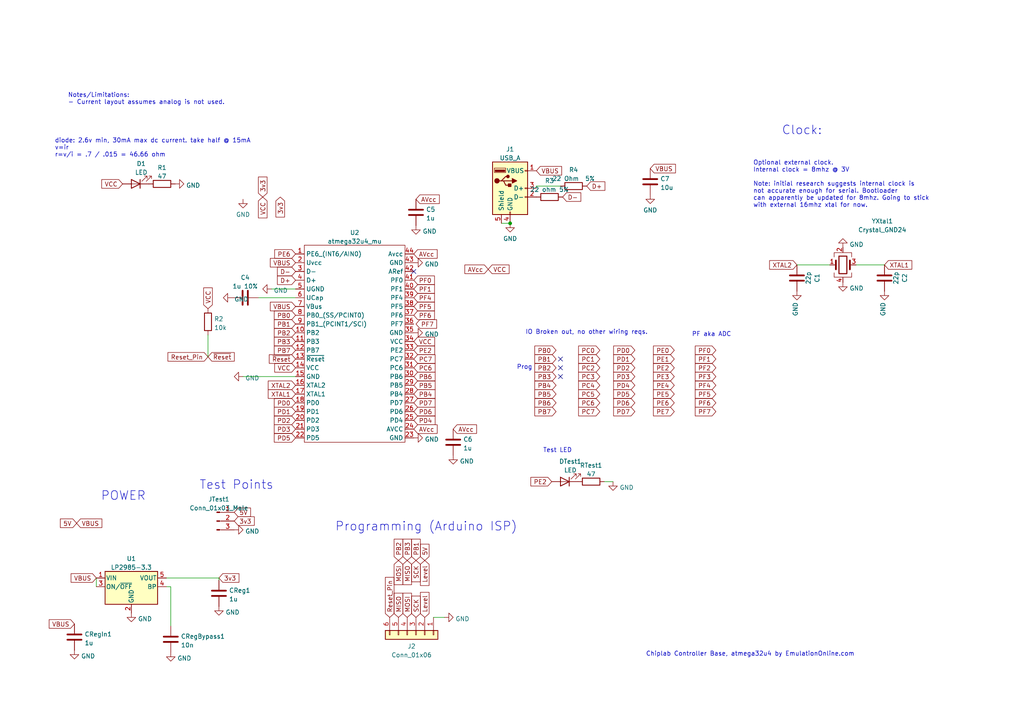
<source format=kicad_sch>
(kicad_sch (version 20211123) (generator eeschema)
  (paper "A4")
  (lib_symbols
    (symbol "Connector:Conn_01x03_Male" (pin_names (offset 1.016) hide)
      (property "Reference" "J" (at 0 5.08 0))
      (property "Value" "Conn_01x03_Male" (at 0 -5.08 0))
      (symbol "Conn_01x03_Male_1_1"
        (polyline (pts (xy 1.27 -2.54) (xy 0.8636 -2.54)) (stroke (width 0.1524)))
        (polyline (pts (xy 1.27 0) (xy 0.8636 0)) (stroke (width 0.1524)))
        (polyline (pts (xy 1.27 2.54) (xy 0.8636 2.54)) (stroke (width 0.1524)))
        (rectangle (start 0.8636 -2.413) (end 0 -2.667) (stroke (width 0.1524)) (fill (type outline)))
        (rectangle (start 0.8636 0.127) (end 0 -0.127) (stroke (width 0.1524)) (fill (type outline)))
        (rectangle (start 0.8636 2.667) (end 0 2.413) (stroke (width 0.1524)) (fill (type outline)))
        (pin passive line (at 5.08 2.54 180) (length 3.81) (name "Pin_1") (number "1"))
        (pin passive line (at 5.08 0 180) (length 3.81) (name "Pin_2") (number "2"))
        (pin passive line (at 5.08 -2.54 180) (length 3.81) (name "Pin_3") (number "3"))
      )
    )
    (symbol "Connector:USB_A" (pin_names (offset 1.016))
      (property "Reference" "J" (at -5.08 11.43 0))
      (property "Value" "USB_A" (at -5.08 8.89 0))
      (symbol "USB_A_0_1"
        (rectangle (start -5.08 -7.62) (end 5.08 7.62) (stroke (width 0.254)) (fill (type background)))
        (circle (center -3.81 2.159) (radius 0.635) (stroke (width 0.254)) (fill (type outline)))
        (rectangle (start -1.524 4.826) (end -4.318 5.334) (fill (type outline)))
        (rectangle (start -1.27 4.572) (end -4.572 5.842))
        (circle (center -0.635 3.429) (radius 0.381) (stroke (width 0.254)) (fill (type outline)))
        (rectangle (start -0.127 -7.62) (end 0.127 -6.858))
        (polyline (pts (xy -3.175 2.159) (xy -2.54 2.159) (xy -1.27 3.429) (xy -0.635 3.429)) (stroke (width 0.254)))
        (polyline (pts (xy -2.54 2.159) (xy -1.905 2.159) (xy -1.27 0.889) (xy 0 0.889)) (stroke (width 0.254)))
        (polyline (pts (xy 0.635 2.794) (xy 0.635 1.524) (xy 1.905 2.159) (xy 0.635 2.794)) (stroke (width 0.254)) (fill (type outline)))
        (rectangle (start 0.254 1.27) (end -0.508 0.508) (stroke (width 0.254)) (fill (type outline)))
        (rectangle (start 5.08 -2.667) (end 4.318 -2.413))
        (rectangle (start 5.08 -0.127) (end 4.318 0.127))
        (rectangle (start 5.08 4.953) (end 4.318 5.207))
      )
      (symbol "USB_A_1_1"
        (polyline (pts (xy -1.905 2.159) (xy 0.635 2.159)) (stroke (width 0.254)))
        (pin power_in line (at 7.62 5.08 180) (length 2.54) (name "VBUS") (number "1"))
        (pin bidirectional line (at 7.62 -2.54 180) (length 2.54) (name "D-") (number "2"))
        (pin bidirectional line (at 7.62 0 180) (length 2.54) (name "D+") (number "3"))
        (pin power_in line (at 0 -10.16 90) (length 2.54) (name "GND") (number "4"))
        (pin passive line (at -2.54 -10.16 90) (length 2.54) (name "Shield") (number "5"))
      )
    )
    (symbol "Connector_Generic:Conn_01x06" (pin_names (offset 1.016) hide)
      (property "Reference" "J" (at 0 7.62 0))
      (property "Value" "Conn_01x06" (at 0 -10.16 0))
      (symbol "Conn_01x06_1_1"
        (rectangle (start -1.27 -7.493) (end 0 -7.747) (stroke (width 0.1524)))
        (rectangle (start -1.27 -4.953) (end 0 -5.207) (stroke (width 0.1524)))
        (rectangle (start -1.27 -2.413) (end 0 -2.667) (stroke (width 0.1524)))
        (rectangle (start -1.27 0.127) (end 0 -0.127) (stroke (width 0.1524)))
        (rectangle (start -1.27 2.667) (end 0 2.413) (stroke (width 0.1524)))
        (rectangle (start -1.27 5.207) (end 0 4.953) (stroke (width 0.1524)))
        (rectangle (start -1.27 6.35) (end 1.27 -8.89) (stroke (width 0.254)) (fill (type background)))
        (pin passive line (at -5.08 5.08 0) (length 3.81) (name "Pin_1") (number "1"))
        (pin passive line (at -5.08 2.54 0) (length 3.81) (name "Pin_2") (number "2"))
        (pin passive line (at -5.08 0 0) (length 3.81) (name "Pin_3") (number "3"))
        (pin passive line (at -5.08 -2.54 0) (length 3.81) (name "Pin_4") (number "4"))
        (pin passive line (at -5.08 -5.08 0) (length 3.81) (name "Pin_5") (number "5"))
        (pin passive line (at -5.08 -7.62 0) (length 3.81) (name "Pin_6") (number "6"))
      )
    )
    (symbol "Device:C" (pin_numbers hide) (pin_names (offset 0.254))
      (property "Reference" "C" (at 0.635 2.54 0))
      (property "Value" "C" (at 0.635 -2.54 0))
      (symbol "C_0_1"
        (polyline (pts (xy -2.032 -0.762) (xy 2.032 -0.762)) (stroke (width 0.508)))
        (polyline (pts (xy -2.032 0.762) (xy 2.032 0.762)) (stroke (width 0.508)))
      )
      (symbol "C_1_1"
        (pin passive line (at 0 3.81 270) (length 2.794) (name "~") (number "1"))
        (pin passive line (at 0 -3.81 90) (length 2.794) (name "~") (number "2"))
      )
    )
    (symbol "Device:Crystal_GND24" (pin_names (offset 1.016) hide)
      (property "Reference" "Y" (at 3.175 5.08 0))
      (property "Value" "Crystal_GND24" (at 3.175 3.175 0))
      (symbol "Crystal_GND24_0_1"
        (rectangle (start -1.143 2.54) (end 1.143 -2.54) (stroke (width 0.3048)))
        (polyline (pts (xy -2.54 0) (xy -2.032 0)))
        (polyline (pts (xy -2.032 -1.27) (xy -2.032 1.27)) (stroke (width 0.508)))
        (polyline (pts (xy 0 -3.81) (xy 0 -3.556)))
        (polyline (pts (xy 0 3.556) (xy 0 3.81)))
        (polyline (pts (xy 2.032 -1.27) (xy 2.032 1.27)) (stroke (width 0.508)))
        (polyline (pts (xy 2.032 0) (xy 2.54 0)))
        (polyline (pts (xy -2.54 -2.286) (xy -2.54 -3.556) (xy 2.54 -3.556) (xy 2.54 -2.286)))
        (polyline (pts (xy -2.54 2.286) (xy -2.54 3.556) (xy 2.54 3.556) (xy 2.54 2.286)))
      )
      (symbol "Crystal_GND24_1_1"
        (pin passive line (at -3.81 0 0) (length 1.27) (name "1") (number "1"))
        (pin passive line (at 0 5.08 270) (length 1.27) (name "2") (number "2"))
        (pin passive line (at 3.81 0 180) (length 1.27) (name "3") (number "3"))
        (pin passive line (at 0 -5.08 90) (length 1.27) (name "4") (number "4"))
      )
    )
    (symbol "Device:LED" (pin_numbers hide) (pin_names (offset 1.016) hide)
      (property "Reference" "D" (at 0 2.54 0))
      (property "Value" "LED" (at 0 -2.54 0))
      (symbol "LED_0_1"
        (polyline (pts (xy -1.27 -1.27) (xy -1.27 1.27)) (stroke (width 0.254)))
        (polyline (pts (xy -1.27 0) (xy 1.27 0)))
        (polyline (pts (xy 1.27 -1.27) (xy 1.27 1.27) (xy -1.27 0) (xy 1.27 -1.27)) (stroke (width 0.254)))
        (polyline (pts (xy -3.048 -0.762) (xy -4.572 -2.286) (xy -3.81 -2.286) (xy -4.572 -2.286) (xy -4.572 -1.524)))
        (polyline (pts (xy -1.778 -0.762) (xy -3.302 -2.286) (xy -2.54 -2.286) (xy -3.302 -2.286) (xy -3.302 -1.524)))
      )
      (symbol "LED_1_1"
        (pin passive line (at -3.81 0 0) (length 2.54) (name "K") (number "1"))
        (pin passive line (at 3.81 0 180) (length 2.54) (name "A") (number "2"))
      )
    )
    (symbol "Device:R" (pin_numbers hide) (pin_names (offset 0))
      (property "Reference" "R" (at 2.032 0 90))
      (property "Value" "R" (at 0 0 90))
      (symbol "R_0_1"
        (rectangle (start -1.016 -2.54) (end 1.016 2.54) (stroke (width 0.254)))
      )
      (symbol "R_1_1"
        (pin passive line (at 0 3.81 270) (length 1.27) (name "~") (number "1"))
        (pin passive line (at 0 -3.81 90) (length 1.27) (name "~") (number "2"))
      )
    )
    (symbol "Regulator_Linear:LP2985-3.3" (pin_names (offset 0.254))
      (property "Reference" "U" (at -6.35 5.715 0))
      (property "Value" "LP2985-3.3" (at 0 5.715 0))
      (symbol "LP2985-3.3_0_1"
        (rectangle (start -7.62 -5.08) (end 7.62 4.445) (stroke (width 0.254)) (fill (type background)))
      )
      (symbol "LP2985-3.3_1_1"
        (pin power_in line (at -10.16 2.54 0) (length 2.54) (name "VIN") (number "1"))
        (pin power_in line (at 0 -7.62 90) (length 2.54) (name "GND") (number "2"))
        (pin input line (at -10.16 0 0) (length 2.54) (name "ON/~{OFF}") (number "3"))
        (pin input line (at 10.16 0 180) (length 2.54) (name "BP") (number "4"))
        (pin power_out line (at 10.16 2.54 180) (length 2.54) (name "VOUT") (number "5"))
      )
    )
    (symbol "footprint_lib:atmega32u4_mu"
      (property "Reference" "U" (at -20.32 -5.08 0))
      (property "Value" "atmega32u4_mu" (at 0 2.54 0))
      (symbol "atmega32u4_mu_0_0"
        (pin unspecified line (at -20.32 -5.08 0) (length 2.54) (name "PE6_(INT6/AIN0)") (number "1"))
        (pin unspecified line (at -20.32 -27.94 0) (length 2.54) (name "PB2") (number "10"))
        (pin unspecified line (at -20.32 -30.48 0) (length 2.54) (name "PB3") (number "11"))
        (pin unspecified line (at -20.32 -33.02 0) (length 2.54) (name "PB7") (number "12"))
        (pin unspecified line (at -20.32 -35.56 0) (length 2.54) (name "~{Reset}") (number "13"))
        (pin unspecified line (at -20.32 -38.1 0) (length 2.54) (name "VCC") (number "14"))
        (pin unspecified line (at -20.32 -40.64 0) (length 2.54) (name "GND") (number "15"))
        (pin unspecified line (at -20.32 -43.18 0) (length 2.54) (name "XTAL2") (number "16"))
        (pin unspecified line (at -20.32 -45.72 0) (length 2.54) (name "XTAL1") (number "17"))
        (pin unspecified line (at -20.32 -48.26 0) (length 2.54) (name "PD0") (number "18"))
        (pin unspecified line (at -20.32 -50.8 0) (length 2.54) (name "PD1") (number "19"))
        (pin unspecified line (at -20.32 -7.62 0) (length 2.54) (name "Uvcc") (number "2"))
        (pin unspecified line (at -20.32 -53.34 0) (length 2.54) (name "PD2") (number "20"))
        (pin unspecified line (at -20.32 -55.88 0) (length 2.54) (name "PD3") (number "21"))
        (pin unspecified line (at -20.32 -58.42 0) (length 2.54) (name "PD5") (number "22"))
        (pin unspecified line (at 13.97 -58.42 180) (length 2.54) (name "GND") (number "23"))
        (pin unspecified line (at 13.97 -55.88 180) (length 2.54) (name "AVCC") (number "24"))
        (pin unspecified line (at 13.97 -53.34 180) (length 2.54) (name "PD4") (number "25"))
        (pin unspecified line (at 13.97 -50.8 180) (length 2.54) (name "PD6") (number "26"))
        (pin unspecified line (at 13.97 -48.26 180) (length 2.54) (name "PD7") (number "27"))
        (pin unspecified line (at 13.97 -45.72 180) (length 2.54) (name "PB4") (number "28"))
        (pin unspecified line (at 13.97 -43.18 180) (length 2.54) (name "PB5") (number "29"))
        (pin unspecified line (at -20.32 -10.16 0) (length 2.54) (name "D-") (number "3"))
        (pin unspecified line (at 13.97 -40.64 180) (length 2.54) (name "PB6") (number "30"))
        (pin unspecified line (at 13.97 -38.1 180) (length 2.54) (name "PC6") (number "31"))
        (pin unspecified line (at 13.97 -35.56 180) (length 2.54) (name "PC7") (number "32"))
        (pin unspecified line (at 13.97 -33.02 180) (length 2.54) (name "PE2") (number "33"))
        (pin unspecified line (at 13.97 -30.48 180) (length 2.54) (name "VCC") (number "34"))
        (pin unspecified line (at 13.97 -27.94 180) (length 2.54) (name "GND") (number "35"))
        (pin unspecified line (at 13.97 -25.4 180) (length 2.54) (name "PF7") (number "36"))
        (pin unspecified line (at 13.97 -22.86 180) (length 2.54) (name "PF6") (number "37"))
        (pin unspecified line (at 13.97 -20.32 180) (length 2.54) (name "PF5") (number "38"))
        (pin unspecified line (at 13.97 -17.78 180) (length 2.54) (name "PF4") (number "39"))
        (pin unspecified line (at -20.32 -12.7 0) (length 2.54) (name "D+") (number "4"))
        (pin unspecified line (at 13.97 -15.24 180) (length 2.54) (name "PF1") (number "40"))
        (pin unspecified line (at 13.97 -12.7 180) (length 2.54) (name "PF0") (number "41"))
        (pin unspecified line (at 13.97 -10.16 180) (length 2.54) (name "ARef") (number "42"))
        (pin unspecified line (at 13.97 -7.62 180) (length 2.54) (name "GND") (number "43"))
        (pin unspecified line (at 13.97 -5.08 180) (length 2.54) (name "Avcc") (number "44"))
        (pin unspecified line (at -20.32 -15.24 0) (length 2.54) (name "UGND") (number "5"))
        (pin unspecified line (at -20.32 -17.78 0) (length 2.54) (name "UCap") (number "6"))
        (pin unspecified line (at -20.32 -20.32 0) (length 2.54) (name "VBus") (number "7"))
        (pin unspecified line (at -20.32 -22.86 0) (length 2.54) (name "PB0_(SS/PCINT0)") (number "8"))
        (pin unspecified line (at -20.32 -25.4 0) (length 2.54) (name "PB1_(PCINT1/SCI)") (number "9"))
      )
      (symbol "atmega32u4_mu_0_1"
        (rectangle (start -17.78 -2.54) (end 11.43 -59.69) (stroke (width 0.1524)))
      )
    )
    (symbol "power:GND" (power) (pin_names (offset 0))
      (property "Value" "GND" (at 0 -3.81 0))
      (symbol "GND_0_1"
        (polyline (pts (xy 0 0) (xy 0 -1.27) (xy 1.27 -1.27) (xy 0 -2.54) (xy -1.27 -1.27) (xy 0 -1.27)))
      )
      (symbol "GND_1_1"
        (pin power_in line (at 0 0 270) (length 0) hide (name "GND") (number "1"))
      )
    )
  )
  (junction (at 147.955 64.77))
  (no_connect (at 162.56 106.68))
  (no_connect (at 162.56 104.14))
  (no_connect (at 120.015 78.74))
  (no_connect (at 162.56 109.22))
  (wire (pts (xy 60.325 97.155) (xy 60.325 103.505)))
  (wire (pts (xy 27.94 167.64) (xy 27.94 170.18)))
  (wire (pts (xy 63.5 167.64) (xy 63.5 168.275)))
  (wire (pts (xy 48.26 167.64) (xy 63.5 167.64)))
  (wire (pts (xy 78.74 83.82) (xy 85.725 83.82)))
  (wire (pts (xy 175.26 139.7) (xy 177.8 139.7)))
  (wire (pts (xy 145.415 64.77) (xy 147.955 64.77)))
  (wire (pts (xy 74.93 86.36) (xy 85.725 86.36)))
  (wire (pts (xy 155.575 53.975) (xy 155.575 54.61)))
  (wire (pts (xy 49.53 181.61) (xy 49.53 170.18)))
  (wire (pts (xy 125.73 179.07) (xy 128.905 179.07)))
  (wire (pts (xy 248.285 76.835) (xy 256.54 76.835)))
  (wire (pts (xy 231.14 76.835) (xy 240.665 76.835)))
  (wire (pts (xy 162.56 53.975) (xy 155.575 53.975)))
  (wire (pts (xy 49.53 170.18) (xy 48.26 170.18)))
  (wire (pts (xy 70.485 109.22) (xy 85.725 109.22)))
  (text "Prog" (at 149.86 107.315 0) (effects (font (size 1.27 1.27)) (justify left bottom)))
  (text "IO Broken out, no other wiring reqs." (at 152.4 97.155 0) (effects (font (size 1.27 1.27)) (justify left bottom)))
  (text "Test LED\n" (at 157.48 131.445 0) (effects (font (size 1.27 1.27)) (justify left bottom)))
  (text "Test Points" (at 57.785 142.24 0) (effects (font (size 2.54 2.54)) (justify left bottom)))
  (text "PF aka ADC\n" (at 200.66 97.79 0) (effects (font (size 1.27 1.27)) (justify left bottom)))
  (text "Notes/Limitations:\n- Current layout assumes analog is not used." (at 19.685 30.48 0) (effects (font (size 1.27 1.27)) (justify left bottom)))
  (text "POWER" (at 29.21 145.415 0) (effects (font (size 2.54 2.54)) (justify left bottom)))
  (text "Optional external clock.\nInternal clock = 8mhz @ 3V\n\nNote: initial research suggests internal clock is\nnot accurate enough for serial. Bootloader\ncan apparently be updated for 8mhz. Going to stick\nwith external 16mhz xtal for now." (at 218.44 60.325 0) (effects (font (size 1.27 1.27)) (justify left bottom)))
  (text "Chiplab Controller Base, atmega32u4 by EmulationOnline.com" (at 187.325 190.5 0) (effects (font (size 1.27 1.27)) (justify left bottom)))
  (text "Programming (Arduino ISP)" (at 97.155 154.305 0) (effects (font (size 2.54 2.54)) (justify left bottom)))
  (text "Clock:" (at 226.695 39.37 0) (effects (font (size 2.54 2.54)) (justify left bottom)))
  (text "diode: 2.6v min, 30mA max dc current. take half @ 15mA\nv=ir\nr=v/i = .7 / .015 = 46.66 ohm" (at 15.875 45.72 0) (effects (font (size 1.27 1.27)) (justify left bottom)))
  (global_label "AVcc" (shape input) (at 120.015 124.46 0) (property "Intersheet References" "${INTERSHEET_REFS}" (effects hide)))
  (global_label "PB1" (shape input) (at 120.65 162.56 90) (property "Intersheet References" "${INTERSHEET_REFS}" (effects hide)))
  (global_label "PD4" (shape input) (at 120.015 121.92 0) (property "Intersheet References" "${INTERSHEET_REFS}" (effects hide)))
  (global_label "5V" (shape input) (at 22.225 151.765 180) (property "Intersheet References" "${INTERSHEET_REFS}" (effects hide)))
  (global_label "PF0" (shape input) (at 120.015 81.28 0) (property "Intersheet References" "${INTERSHEET_REFS}" (effects hide)))
  (global_label "PB6" (shape input) (at 161.29 116.84 180) (property "Intersheet References" "${INTERSHEET_REFS}" (effects hide)))
  (global_label "~{Reset}" (shape input) (at 60.325 103.505 0) (property "Intersheet References" "${INTERSHEET_REFS}" (effects hide)))
  (global_label "PE2" (shape input) (at 195.58 106.68 180) (property "Intersheet References" "${INTERSHEET_REFS}" (effects hide)))
  (global_label "PF3" (shape input) (at 207.645 109.22 180) (property "Intersheet References" "${INTERSHEET_REFS}" (effects hide)))
  (global_label "PD3" (shape input) (at 85.725 124.46 180) (property "Intersheet References" "${INTERSHEET_REFS}" (effects hide)))
  (global_label "PD2" (shape input) (at 184.15 106.68 180) (property "Intersheet References" "${INTERSHEET_REFS}" (effects hide)))
  (global_label "VCC" (shape input) (at 76.2 57.15 270) (property "Intersheet References" "${INTERSHEET_REFS}" (effects hide)))
  (global_label "PF6" (shape input) (at 207.645 116.84 180) (property "Intersheet References" "${INTERSHEET_REFS}" (effects hide)))
  (global_label "PF0" (shape input) (at 207.645 101.6 180) (property "Intersheet References" "${INTERSHEET_REFS}" (effects hide)))
  (global_label "PC7" (shape input) (at 173.99 119.38 180) (property "Intersheet References" "${INTERSHEET_REFS}" (effects hide)))
  (global_label "PB1" (shape input) (at 161.29 104.14 180) (property "Intersheet References" "${INTERSHEET_REFS}" (effects hide)))
  (global_label "PF6" (shape input) (at 120.015 91.44 0) (property "Intersheet References" "${INTERSHEET_REFS}" (effects hide)))
  (global_label "PC2" (shape input) (at 173.99 106.68 180) (property "Intersheet References" "${INTERSHEET_REFS}" (effects hide)))
  (global_label "PB7" (shape input) (at 85.725 101.6 180) (property "Intersheet References" "${INTERSHEET_REFS}" (effects hide)))
  (global_label "PF2" (shape input) (at 207.645 106.68 180) (property "Intersheet References" "${INTERSHEET_REFS}" (effects hide)))
  (global_label "AVcc" (shape input) (at 141.605 78.105 180) (property "Intersheet References" "${INTERSHEET_REFS}" (effects hide)))
  (global_label "VBUS" (shape input) (at 21.59 180.975 180) (property "Intersheet References" "${INTERSHEET_REFS}" (effects hide)))
  (global_label "D-" (shape input) (at 163.195 57.15 0) (property "Intersheet References" "${INTERSHEET_REFS}" (effects hide)))
  (global_label "XTAL2" (shape input) (at 85.725 111.76 180) (property "Intersheet References" "${INTERSHEET_REFS}" (effects hide)))
  (global_label "3v3" (shape input) (at 81.28 57.15 270) (property "Intersheet References" "${INTERSHEET_REFS}" (effects hide)))
  (global_label "PB7" (shape input) (at 161.29 119.38 180) (property "Intersheet References" "${INTERSHEET_REFS}" (effects hide)))
  (global_label "PC5" (shape input) (at 173.99 114.3 180) (property "Intersheet References" "${INTERSHEET_REFS}" (effects hide)))
  (global_label "MISO" (shape input) (at 115.57 179.07 90) (property "Intersheet References" "${INTERSHEET_REFS}" (effects hide)))
  (global_label "PD4" (shape input) (at 184.15 111.76 180) (property "Intersheet References" "${INTERSHEET_REFS}" (effects hide)))
  (global_label "MOSI" (shape input) (at 115.57 162.56 270) (property "Intersheet References" "${INTERSHEET_REFS}" (effects hide)))
  (global_label "VCC" (shape input) (at 60.325 89.535 90) (property "Intersheet References" "${INTERSHEET_REFS}" (effects hide)))
  (global_label "Reset_Pin" (shape input) (at 60.325 103.505 180) (property "Intersheet References" "${INTERSHEET_REFS}" (effects hide)))
  (global_label "PE6" (shape input) (at 195.58 116.84 180) (property "Intersheet References" "${INTERSHEET_REFS}" (effects hide)))
  (global_label "VCC" (shape input) (at 120.015 99.06 0) (property "Intersheet References" "${INTERSHEET_REFS}" (effects hide)))
  (global_label "XTAL1" (shape input) (at 85.725 114.3 180) (property "Intersheet References" "${INTERSHEET_REFS}" (effects hide)))
  (global_label "PF7" (shape input) (at 120.65 93.98 0) (property "Intersheet References" "${INTERSHEET_REFS}" (effects hide)))
  (global_label "VCC" (shape input) (at 85.725 106.68 180) (property "Intersheet References" "${INTERSHEET_REFS}" (effects hide)))
  (global_label "PB4" (shape input) (at 161.29 111.76 180) (property "Intersheet References" "${INTERSHEET_REFS}" (effects hide)))
  (global_label "SCK" (shape input) (at 120.65 179.07 90) (property "Intersheet References" "${INTERSHEET_REFS}" (effects hide)))
  (global_label "PC6" (shape input) (at 173.99 116.84 180) (property "Intersheet References" "${INTERSHEET_REFS}" (effects hide)))
  (global_label "PB3" (shape input) (at 85.725 99.06 180) (property "Intersheet References" "${INTERSHEET_REFS}" (effects hide)))
  (global_label "AVcc" (shape input) (at 131.445 124.46 0) (property "Intersheet References" "${INTERSHEET_REFS}" (effects hide)))
  (global_label "PD1" (shape input) (at 85.725 119.38 180) (property "Intersheet References" "${INTERSHEET_REFS}" (effects hide)))
  (global_label "PE5" (shape input) (at 195.58 114.3 180) (property "Intersheet References" "${INTERSHEET_REFS}" (effects hide)))
  (global_label "D+" (shape input) (at 170.18 53.975 0) (property "Intersheet References" "${INTERSHEET_REFS}" (effects hide)))
  (global_label "PD2" (shape input) (at 85.725 121.92 180) (property "Intersheet References" "${INTERSHEET_REFS}" (effects hide)))
  (global_label "PB5" (shape input) (at 161.29 114.3 180) (property "Intersheet References" "${INTERSHEET_REFS}" (effects hide)))
  (global_label "PD7" (shape input) (at 184.15 119.38 180) (property "Intersheet References" "${INTERSHEET_REFS}" (effects hide)))
  (global_label "VBUS" (shape input) (at 155.575 49.53 0) (property "Intersheet References" "${INTERSHEET_REFS}" (effects hide)))
  (global_label "PC6" (shape input) (at 120.015 106.68 0) (property "Intersheet References" "${INTERSHEET_REFS}" (effects hide)))
  (global_label "PD1" (shape input) (at 184.15 104.14 180) (property "Intersheet References" "${INTERSHEET_REFS}" (effects hide)))
  (global_label "PD6" (shape input) (at 120.015 119.38 0) (property "Intersheet References" "${INTERSHEET_REFS}" (effects hide)))
  (global_label "PE2" (shape input) (at 160.02 139.7 180) (property "Intersheet References" "${INTERSHEET_REFS}" (effects hide)))
  (global_label "Level" (shape input) (at 123.19 179.07 90) (property "Intersheet References" "${INTERSHEET_REFS}" (effects hide)))
  (global_label "XTAL2" (shape input) (at 231.14 76.835 180) (property "Intersheet References" "${INTERSHEET_REFS}" (effects hide)))
  (global_label "VBUS" (shape input) (at 27.94 167.64 180) (property "Intersheet References" "${INTERSHEET_REFS}" (effects hide)))
  (global_label "VBUS" (shape input) (at 188.595 48.895 0) (property "Intersheet References" "${INTERSHEET_REFS}" (effects hide)))
  (global_label "PE7" (shape input) (at 195.58 119.38 180) (property "Intersheet References" "${INTERSHEET_REFS}" (effects hide)))
  (global_label "3v3" (shape input) (at 63.5 167.64 0) (property "Intersheet References" "${INTERSHEET_REFS}" (effects hide)))
  (global_label "PE3" (shape input) (at 195.58 109.22 180) (property "Intersheet References" "${INTERSHEET_REFS}" (effects hide)))
  (global_label "PE4" (shape input) (at 195.58 111.76 180) (property "Intersheet References" "${INTERSHEET_REFS}" (effects hide)))
  (global_label "PB2" (shape input) (at 161.29 106.68 180) (property "Intersheet References" "${INTERSHEET_REFS}" (effects hide)))
  (global_label "MOSI" (shape input) (at 118.11 179.07 90) (property "Intersheet References" "${INTERSHEET_REFS}" (effects hide)))
  (global_label "VCC" (shape input) (at 35.56 53.34 180) (property "Intersheet References" "${INTERSHEET_REFS}" (effects hide)))
  (global_label "VBUS" (shape input) (at 85.725 88.9 180) (property "Intersheet References" "${INTERSHEET_REFS}" (effects hide)))
  (global_label "PB3" (shape input) (at 118.11 162.56 90) (property "Intersheet References" "${INTERSHEET_REFS}" (effects hide)))
  (global_label "PB5" (shape input) (at 120.015 111.76 0) (property "Intersheet References" "${INTERSHEET_REFS}" (effects hide)))
  (global_label "PD0" (shape input) (at 184.15 101.6 180) (property "Intersheet References" "${INTERSHEET_REFS}" (effects hide)))
  (global_label "PB1" (shape input) (at 85.725 93.98 180) (property "Intersheet References" "${INTERSHEET_REFS}" (effects hide)))
  (global_label "MISO" (shape input) (at 118.11 162.56 270) (property "Intersheet References" "${INTERSHEET_REFS}" (effects hide)))
  (global_label "VCC" (shape input) (at 141.605 78.105 0) (property "Intersheet References" "${INTERSHEET_REFS}" (effects hide)))
  (global_label "PF1" (shape input) (at 120.015 83.82 0) (property "Intersheet References" "${INTERSHEET_REFS}" (effects hide)))
  (global_label "Level" (shape input) (at 123.19 162.56 270) (property "Intersheet References" "${INTERSHEET_REFS}" (effects hide)))
  (global_label "VBUS" (shape input) (at 85.725 76.2 180) (property "Intersheet References" "${INTERSHEET_REFS}" (effects hide)))
  (global_label "PF4" (shape input) (at 207.645 111.76 180) (property "Intersheet References" "${INTERSHEET_REFS}" (effects hide)))
  (global_label "PB2" (shape input) (at 85.725 96.52 180) (property "Intersheet References" "${INTERSHEET_REFS}" (effects hide)))
  (global_label "5V" (shape input) (at 67.945 148.59 0) (property "Intersheet References" "${INTERSHEET_REFS}" (effects hide)))
  (global_label "SCK" (shape input) (at 120.65 162.56 270) (property "Intersheet References" "${INTERSHEET_REFS}" (effects hide)))
  (global_label "~{Reset}" (shape input) (at 85.725 104.14 180) (property "Intersheet References" "${INTERSHEET_REFS}" (effects hide)))
  (global_label "PC7" (shape input) (at 120.015 104.14 0) (property "Intersheet References" "${INTERSHEET_REFS}" (effects hide)))
  (global_label "PD3" (shape input) (at 184.15 109.22 180) (property "Intersheet References" "${INTERSHEET_REFS}" (effects hide)))
  (global_label "PD5" (shape input) (at 85.725 127 180) (property "Intersheet References" "${INTERSHEET_REFS}" (effects hide)))
  (global_label "D-" (shape input) (at 85.725 78.74 180) (property "Intersheet References" "${INTERSHEET_REFS}" (effects hide)))
  (global_label "PD0" (shape input) (at 85.725 116.84 180) (property "Intersheet References" "${INTERSHEET_REFS}" (effects hide)))
  (global_label "D+" (shape input) (at 85.725 81.28 180) (property "Intersheet References" "${INTERSHEET_REFS}" (effects hide)))
  (global_label "PC4" (shape input) (at 173.99 111.76 180) (property "Intersheet References" "${INTERSHEET_REFS}" (effects hide)))
  (global_label "PE1" (shape input) (at 195.58 104.14 180) (property "Intersheet References" "${INTERSHEET_REFS}" (effects hide)))
  (global_label "PE2" (shape input) (at 120.015 101.6 0) (property "Intersheet References" "${INTERSHEET_REFS}" (effects hide)))
  (global_label "PC0" (shape input) (at 173.99 101.6 180) (property "Intersheet References" "${INTERSHEET_REFS}" (effects hide)))
  (global_label "VBUS" (shape input) (at 22.225 151.765 0) (property "Intersheet References" "${INTERSHEET_REFS}" (effects hide)))
  (global_label "PE0" (shape input) (at 195.58 101.6 180) (property "Intersheet References" "${INTERSHEET_REFS}" (effects hide)))
  (global_label "AVcc" (shape input) (at 120.65 57.785 0) (property "Intersheet References" "${INTERSHEET_REFS}" (effects hide)))
  (global_label "PD7" (shape input) (at 120.015 116.84 0) (property "Intersheet References" "${INTERSHEET_REFS}" (effects hide)))
  (global_label "PB3" (shape input) (at 161.29 109.22 180) (property "Intersheet References" "${INTERSHEET_REFS}" (effects hide)))
  (global_label "PF4" (shape input) (at 120.015 86.36 0) (property "Intersheet References" "${INTERSHEET_REFS}" (effects hide)))
  (global_label "PF7" (shape input) (at 207.645 119.38 180) (property "Intersheet References" "${INTERSHEET_REFS}" (effects hide)))
  (global_label "PE6" (shape input) (at 85.725 73.66 180) (property "Intersheet References" "${INTERSHEET_REFS}" (effects hide)))
  (global_label "AVcc" (shape input) (at 120.015 73.66 0) (property "Intersheet References" "${INTERSHEET_REFS}" (effects hide)))
  (global_label "XTAL1" (shape input) (at 256.54 76.835 0) (property "Intersheet References" "${INTERSHEET_REFS}" (effects hide)))
  (global_label "PB0" (shape input) (at 161.29 101.6 180) (property "Intersheet References" "${INTERSHEET_REFS}" (effects hide)))
  (global_label "PF5" (shape input) (at 120.015 88.9 0) (property "Intersheet References" "${INTERSHEET_REFS}" (effects hide)))
  (global_label "PB4" (shape input) (at 120.015 114.3 0) (property "Intersheet References" "${INTERSHEET_REFS}" (effects hide)))
  (global_label "5V" (shape input) (at 123.19 162.56 90) (property "Intersheet References" "${INTERSHEET_REFS}" (effects hide)))
  (global_label "PB6" (shape input) (at 120.015 109.22 0) (property "Intersheet References" "${INTERSHEET_REFS}" (effects hide)))
  (global_label "3v3" (shape input) (at 67.945 151.13 0) (property "Intersheet References" "${INTERSHEET_REFS}" (effects hide)))
  (global_label "PC1" (shape input) (at 173.99 104.14 180) (property "Intersheet References" "${INTERSHEET_REFS}" (effects hide)))
  (global_label "PF1" (shape input) (at 207.645 104.14 180) (property "Intersheet References" "${INTERSHEET_REFS}" (effects hide)))
  (global_label "PB2" (shape input) (at 115.57 162.56 90) (property "Intersheet References" "${INTERSHEET_REFS}" (effects hide)))
  (global_label "3v3" (shape input) (at 76.2 57.15 90) (property "Intersheet References" "${INTERSHEET_REFS}" (effects hide)))
  (global_label "PD5" (shape input) (at 184.15 114.3 180) (property "Intersheet References" "${INTERSHEET_REFS}" (effects hide)))
  (global_label "Reset_Pin" (shape input) (at 113.03 179.07 90) (property "Intersheet References" "${INTERSHEET_REFS}" (effects hide)))
  (global_label "PD6" (shape input) (at 184.15 116.84 180) (property "Intersheet References" "${INTERSHEET_REFS}" (effects hide)))
  (global_label "PB0" (shape input) (at 85.725 91.44 180) (property "Intersheet References" "${INTERSHEET_REFS}" (effects hide)))
  (global_label "PF5" (shape input) (at 207.645 114.3 180) (property "Intersheet References" "${INTERSHEET_REFS}" (effects hide)))
  (global_label "PC3" (shape input) (at 173.99 109.22 180) (property "Intersheet References" "${INTERSHEET_REFS}" (effects hide)))
  (symbol (lib_id "power:GND") (at 147.955 64.77 0) (unit 1)
    (property "Reference" "#PWR0108" (effects hide))
    (property "Value" "GND" (at 147.955 69.2134 0))
  )
  (symbol (lib_id "Regulator_Linear:LP2985-3.3") (at 38.1 170.18 0) (unit 1)
    (property "Reference" "U1" (at 38.1 162.0352 0))
    (property "Value" "LP2985-3.3" (at 38.1 164.5721 0))
    (property "Footprint" "Package_TO_SOT_SMD:SOT-23-5" (effects hide))
    (property "Datasheet" "http://www.ti.com/lit/ds/symlink/lp2985.pdf" (effects hide))
    (property "lcsc" "C95414" (effects hide))
  )
  (symbol (lib_id "power:GND") (at 120.015 96.52 90) (unit 1)
    (property "Reference" "#PWR0102" (effects hide))
    (property "Value" "GND" (at 123.19 96.9538 90) (effects (justify right)))
  )
  (symbol (lib_id "Device:C") (at 231.14 80.645 0) (unit 1)
    (property "Reference" "C1" (at 236.9988 80.645 90))
    (property "Value" "22p" (at 234.4619 80.645 90))
    (property "Footprint" "Capacitor_SMD:C_0805_2012Metric" (effects hide))
    (property "lcsc" "C123642" (effects hide))
  )
  (symbol (lib_id "Device:C") (at 71.12 86.36 90) (unit 1)
    (property "Reference" "C4" (at 71.12 80.5012 90))
    (property "Value" "1u 10%" (at 71.12 83.0381 90))
    (property "Footprint" "Capacitor_SMD:C_0805_2012Metric" (effects hide))
    (property "lcsc" "C28323" (effects hide))
  )
  (symbol (lib_id "Device:C") (at 21.59 184.785 0) (unit 1)
    (property "Reference" "CRegIn1" (at 24.511 183.9503 0) (effects (justify left)))
    (property "Value" "1u" (at 24.511 186.4872 0) (effects (justify left)))
    (property "Footprint" "Capacitor_SMD:C_0805_2012Metric" (effects hide))
    (property "lcsc" "C28323" (effects hide))
  )
  (symbol (lib_id "Connector:Conn_01x03_Male") (at 62.865 151.13 0) (unit 1)
    (property "Reference" "JTest1" (at 63.5 144.814 0))
    (property "Value" "Conn_01x03_Male" (at 63.5 147.3509 0))
    (property "Footprint" "Connector_PinHeader_2.54mm:PinHeader_1x03_P2.54mm_Vertical" (effects hide))
  )
  (symbol (lib_id "power:GND") (at 256.54 84.455 0) (unit 1)
    (property "Reference" "#PWR0119" (effects hide))
    (property "Value" "GND" (at 256.1062 87.63 90) (effects (justify right)))
  )
  (symbol (lib_id "power:GND") (at 120.65 65.405 0) (unit 1)
    (property "Reference" "#PWR0106" (effects hide))
    (property "Value" "GND" (at 122.555 67.1088 0) (effects (justify left)))
  )
  (symbol (lib_id "power:GND") (at 50.8 53.34 90) (unit 1)
    (property "Reference" "#PWR0117" (effects hide))
    (property "Value" "GND" (at 53.975 53.7738 90) (effects (justify right)))
  )
  (symbol (lib_id "Device:Crystal_GND24") (at 244.475 76.835 0) (unit 1)
    (property "Reference" "YXtal1" (at 255.905 64.135 0))
    (property "Value" "Crystal_GND24" (at 255.905 66.6719 0))
    (property "Footprint" "Crystal:Crystal_SMD_3225-4Pin_3.2x2.5mm" (effects hide))
    (property "lcsc" "C2842190" (effects hide))
  )
  (symbol (lib_id "power:GND") (at 177.8 139.7 0) (unit 1)
    (property "Reference" "#PWR0101" (effects hide))
    (property "Value" "GND" (at 179.705 141.4038 0) (effects (justify left)))
  )
  (symbol (lib_id "power:GND") (at 128.905 179.07 90) (unit 1)
    (property "Reference" "#PWR0111" (effects hide))
    (property "Value" "GND" (at 132.08 179.5038 90) (effects (justify right)))
  )
  (symbol (lib_id "Device:C") (at 120.65 61.595 0) (unit 1)
    (property "Reference" "C5" (at 123.571 60.7603 0) (effects (justify left)))
    (property "Value" "1u" (at 123.571 63.2972 0) (effects (justify left)))
    (property "Footprint" "Capacitor_SMD:C_0805_2012Metric" (effects hide))
    (property "lcsc" "C28323" (effects hide))
  )
  (symbol (lib_id "power:GND") (at 63.5 175.895 0) (unit 1)
    (property "Reference" "#PWR0112" (effects hide))
    (property "Value" "GND" (at 65.405 177.5988 0) (effects (justify left)))
  )
  (symbol (lib_id "footprint_lib:atmega32u4_mu") (at 106.045 68.58 0) (unit 1)
    (property "Reference" "U2" (at 102.87 67.471 0))
    (property "Value" "atmega32u4_mu" (at 102.87 70.0079 0))
    (property "Footprint" "Package_DFN_QFN:QFN-44-1EP_7x7mm_P0.5mm_EP5.2x5.2mm" (effects hide))
    (property "Datasheet" "https://www.mouser.com/datasheet/2/268/Atmel_7766_8_bit_AVR_ATmega16U4_32U4_Datasheet-3445173.pdf" (effects hide))
    (property "lcsc" "C112161" (effects hide))
  )
  (symbol (lib_id "power:GND") (at 120.015 76.2 90) (unit 1)
    (property "Reference" "#PWR0103" (effects hide))
    (property "Value" "GND" (at 123.19 76.6338 90) (effects (justify right)))
  )
  (symbol (lib_id "Device:R") (at 46.99 53.34 90) (unit 1)
    (property "Reference" "R1" (at 46.99 48.6242 90))
    (property "Value" "47" (at 46.99 51.1611 90))
    (property "Footprint" "Resistor_SMD:R_0805_2012Metric" (effects hide))
    (property "lcsc" "C17714" (effects hide))
  )
  (symbol (lib_id "power:GND") (at 231.14 84.455 0) (unit 1)
    (property "Reference" "#PWR0121" (effects hide))
    (property "Value" "GND" (at 230.7062 87.63 90) (effects (justify right)))
  )
  (symbol (lib_id "power:GND") (at 70.485 109.22 270) (unit 1)
    (property "Reference" "#PWR0110" (effects hide))
    (property "Value" "GND" (at 71.12 109.6538 90) (effects (justify left)))
  )
  (symbol (lib_id "power:GND") (at 21.59 188.595 0) (unit 1)
    (property "Reference" "#PWR0123" (effects hide))
    (property "Value" "GND" (at 23.495 190.2988 0) (effects (justify left)))
  )
  (symbol (lib_id "Connector_Generic:Conn_01x06") (at 120.65 184.15 270) (unit 1)
    (property "Reference" "J2" (at 119.38 187.4504 90))
    (property "Value" "Conn_01x06" (at 119.38 189.9873 90))
    (property "Footprint" "Connector_PinHeader_2.54mm:PinHeader_1x06_P2.54mm_Vertical" (effects hide))
  )
  (symbol (lib_id "Device:C") (at 49.53 185.42 0) (unit 1)
    (property "Reference" "CRegBypass1" (at 52.451 184.5853 0) (effects (justify left)))
    (property "Value" "10n" (at 52.451 187.1222 0) (effects (justify left)))
    (property "Footprint" "Capacitor_SMD:C_0805_2012Metric" (effects hide))
    (property "lcsc" "C1710" (effects hide))
  )
  (symbol (lib_id "power:GND") (at 120.015 127 90) (unit 1)
    (property "Reference" "#PWR0104" (effects hide))
    (property "Value" "GND" (at 123.19 127.4338 90) (effects (justify right)))
  )
  (symbol (lib_id "Device:R") (at 171.45 139.7 90) (unit 1)
    (property "Reference" "RTest1" (at 171.45 134.9842 90))
    (property "Value" "47" (at 171.45 137.5211 90))
    (property "Footprint" "Resistor_SMD:R_0805_2012Metric" (effects hide))
    (property "lcsc" "C17714" (effects hide))
  )
  (symbol (lib_id "Device:R") (at 60.325 93.345 0) (unit 1)
    (property "Reference" "R2" (at 62.103 92.5103 0) (effects (justify left)))
    (property "Value" "10k" (at 62.103 95.0472 0) (effects (justify left)))
    (property "Footprint" "Resistor_SMD:R_0805_2012Metric" (effects hide))
    (property "lcsc" "C17414" (effects hide))
  )
  (symbol (lib_id "Device:R") (at 166.37 53.975 90) (unit 1)
    (property "Reference" "R4" (at 166.37 49.2592 90))
    (property "Value" "22 Ohm  5%" (at 166.37 51.7961 90))
    (property "Footprint" "Resistor_SMD:R_0805_2012Metric" (effects hide))
    (property "lcsc" "C17561" (effects hide))
  )
  (symbol (lib_id "Device:C") (at 63.5 172.085 0) (unit 1)
    (property "Reference" "CReg1" (at 66.421 171.2503 0) (effects (justify left)))
    (property "Value" "1u" (at 66.421 173.7872 0) (effects (justify left)))
    (property "Footprint" "Capacitor_SMD:C_0805_2012Metric" (effects hide))
    (property "lcsc" "C28323" (effects hide))
  )
  (symbol (lib_id "Connector:USB_A") (at 147.955 54.61 0) (unit 1)
    (property "Reference" "J1" (at 147.955 43.2902 0))
    (property "Value" "USB_A" (at 147.955 45.8271 0))
    (property "Footprint" "Connector_USB:USB_Micro-B_Molex_47346-0001" (effects hide))
    (property "Datasheet" " ~" (effects hide))
    (property "lcsc_old" "C404968" (effects hide))
    (property "lcsc" "C132560" (effects hide))
  )
  (symbol (lib_id "Device:LED") (at 39.37 53.34 180) (unit 1)
    (property "Reference" "D1" (at 40.9575 47.4812 0))
    (property "Value" "LED" (at 40.9575 50.0181 0))
    (property "Footprint" "LED_SMD:LED_0603_1608Metric" (effects hide))
    (property "lcsc" "C7496818" (effects hide))
  )
  (symbol (lib_id "Device:LED") (at 163.83 139.7 180) (unit 1)
    (property "Reference" "DTest1" (at 165.4175 133.8412 0))
    (property "Value" "LED" (at 165.4175 136.3781 0))
    (property "Footprint" "LED_SMD:LED_0603_1608Metric" (effects hide))
    (property "lcsc" "C7496818" (effects hide))
  )
  (symbol (lib_id "Device:R") (at 159.385 57.15 90) (unit 1)
    (property "Reference" "R3" (at 159.385 52.4342 90))
    (property "Value" "22 ohm 5%" (at 159.385 54.9711 90))
    (property "Footprint" "Resistor_SMD:R_0805_2012Metric" (effects hide))
    (property "lcsc" "C17561" (effects hide))
  )
  (symbol (lib_id "Device:C") (at 188.595 52.705 0) (unit 1)
    (property "Reference" "C7" (at 191.516 51.8703 0) (effects (justify left)))
    (property "Value" "10u" (at 191.516 54.4072 0) (effects (justify left)))
    (property "Footprint" "Capacitor_SMD:C_0805_2012Metric" (effects hide))
    (property "lcsc" "C15850" (effects hide))
  )
  (symbol (lib_id "power:GND") (at 49.53 189.23 0) (unit 1)
    (property "Reference" "#PWR0124" (effects hide))
    (property "Value" "GND" (at 51.435 190.9338 0) (effects (justify left)))
  )
  (symbol (lib_id "power:GND") (at 244.475 71.755 180) (unit 1)
    (property "Reference" "#PWR0118" (effects hide))
    (property "Value" "GND" (at 246.38 70.9188 0) (effects (justify right)))
  )
  (symbol (lib_id "power:GND") (at 38.1 177.8 0) (unit 1)
    (property "Reference" "#PWR0122" (effects hide))
    (property "Value" "GND" (at 40.005 179.5038 0) (effects (justify left)))
  )
  (symbol (lib_id "power:GND") (at 70.485 57.785 0) (unit 1)
    (property "Reference" "#PWR0115" (effects hide))
    (property "Value" "GND" (at 70.485 62.2284 0))
  )
  (symbol (lib_id "Device:C") (at 131.445 128.27 0) (unit 1)
    (property "Reference" "C6" (at 134.366 127.4353 0) (effects (justify left)))
    (property "Value" "1u" (at 134.366 129.9722 0) (effects (justify left)))
    (property "Footprint" "Capacitor_SMD:C_0805_2012Metric" (effects hide))
    (property "lcsc" "C28323" (effects hide))
  )
  (symbol (lib_id "power:GND") (at 67.945 153.67 90) (unit 1)
    (property "Reference" "#PWR0109" (effects hide))
    (property "Value" "GND" (at 71.12 154.1038 90) (effects (justify right)))
  )
  (symbol (lib_id "power:GND") (at 244.475 81.915 0) (unit 1)
    (property "Reference" "#PWR0120" (effects hide))
    (property "Value" "GND" (at 246.38 83.6188 0) (effects (justify left)))
  )
  (symbol (lib_id "power:GND") (at 78.74 83.82 270) (unit 1)
    (property "Reference" "#PWR0114" (effects hide))
    (property "Value" "GND" (at 79.375 84.2538 90) (effects (justify left)))
  )
  (symbol (lib_id "power:GND") (at 131.445 132.08 0) (unit 1)
    (property "Reference" "#PWR0105" (effects hide))
    (property "Value" "GND" (at 133.35 133.7838 0) (effects (justify left)))
  )
  (symbol (lib_id "power:GND") (at 67.31 86.36 270) (unit 1)
    (property "Reference" "#PWR0113" (effects hide))
    (property "Value" "GND" (at 67.945 86.7938 90) (effects (justify left)))
  )
  (symbol (lib_id "Device:C") (at 256.54 80.645 0) (unit 1)
    (property "Reference" "C2" (at 262.3988 80.645 90))
    (property "Value" "22p" (at 259.8619 80.645 90))
    (property "Footprint" "Capacitor_SMD:C_0805_2012Metric" (effects hide))
    (property "lcsc" "C123642" (effects hide))
  )
  (symbol (lib_id "power:GND") (at 188.595 56.515 0) (unit 1)
    (property "Reference" "#PWR0107" (effects hide))
    (property "Value" "GND" (at 188.595 60.9584 0))
  )
)
</source>
